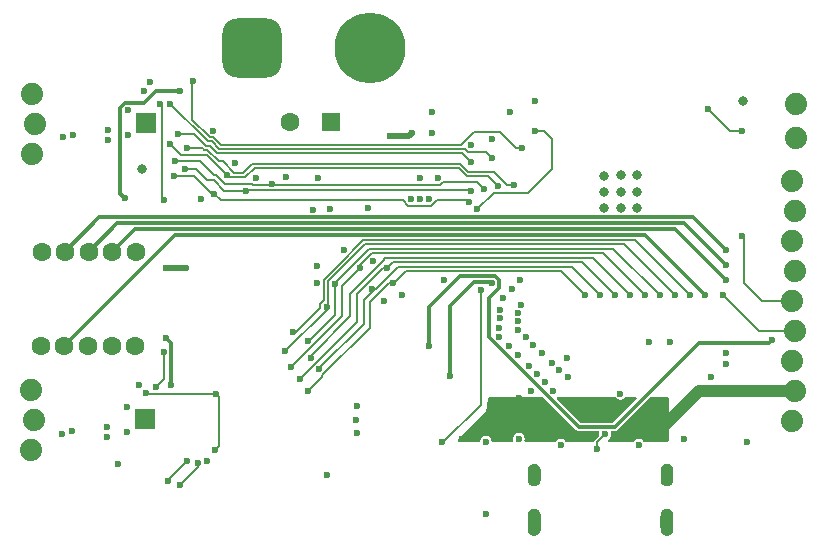
<source format=gbr>
%TF.GenerationSoftware,KiCad,Pcbnew,7.0.2*%
%TF.CreationDate,2023-05-16T16:20:18-04:00*%
%TF.ProjectId,mini_motor_go,6d696e69-5f6d-46f7-946f-725f676f2e6b,rev?*%
%TF.SameCoordinates,Original*%
%TF.FileFunction,Copper,L4,Bot*%
%TF.FilePolarity,Positive*%
%FSLAX46Y46*%
G04 Gerber Fmt 4.6, Leading zero omitted, Abs format (unit mm)*
G04 Created by KiCad (PCBNEW 7.0.2) date 2023-05-16 16:20:18*
%MOMM*%
%LPD*%
G01*
G04 APERTURE LIST*
G04 Aperture macros list*
%AMRoundRect*
0 Rectangle with rounded corners*
0 $1 Rounding radius*
0 $2 $3 $4 $5 $6 $7 $8 $9 X,Y pos of 4 corners*
0 Add a 4 corners polygon primitive as box body*
4,1,4,$2,$3,$4,$5,$6,$7,$8,$9,$2,$3,0*
0 Add four circle primitives for the rounded corners*
1,1,$1+$1,$2,$3*
1,1,$1+$1,$4,$5*
1,1,$1+$1,$6,$7*
1,1,$1+$1,$8,$9*
0 Add four rect primitives between the rounded corners*
20,1,$1+$1,$2,$3,$4,$5,0*
20,1,$1+$1,$4,$5,$6,$7,0*
20,1,$1+$1,$6,$7,$8,$9,0*
20,1,$1+$1,$8,$9,$2,$3,0*%
G04 Aperture macros list end*
%TA.AperFunction,EtchedComponent*%
%ADD10C,0.010000*%
%TD*%
%TA.AperFunction,ComponentPad*%
%ADD11C,0.600000*%
%TD*%
%TA.AperFunction,SMDPad,CuDef*%
%ADD12R,1.700000X1.700000*%
%TD*%
%TA.AperFunction,ComponentPad*%
%ADD13C,1.597660*%
%TD*%
%TA.AperFunction,ComponentPad*%
%ADD14C,1.879600*%
%TD*%
%TA.AperFunction,ComponentPad*%
%ADD15O,0.950000X1.900000*%
%TD*%
%TA.AperFunction,ComponentPad*%
%ADD16O,0.800000X1.600000*%
%TD*%
%TA.AperFunction,ComponentPad*%
%ADD17R,1.600000X1.600000*%
%TD*%
%TA.AperFunction,ComponentPad*%
%ADD18C,1.600000*%
%TD*%
%TA.AperFunction,ComponentPad*%
%ADD19C,6.000000*%
%TD*%
%TA.AperFunction,ComponentPad*%
%ADD20RoundRect,1.250000X1.250000X1.250000X-1.250000X1.250000X-1.250000X-1.250000X1.250000X-1.250000X0*%
%TD*%
%TA.AperFunction,ViaPad*%
%ADD21C,0.600000*%
%TD*%
%TA.AperFunction,ViaPad*%
%ADD22C,0.800000*%
%TD*%
%TA.AperFunction,Conductor*%
%ADD23C,0.152000*%
%TD*%
%TA.AperFunction,Conductor*%
%ADD24C,0.200000*%
%TD*%
%TA.AperFunction,Conductor*%
%ADD25C,0.300000*%
%TD*%
%TA.AperFunction,Conductor*%
%ADD26C,0.500000*%
%TD*%
%TA.AperFunction,Conductor*%
%ADD27C,1.000000*%
%TD*%
G04 APERTURE END LIST*
%TO.C,J11*%
D10*
X158776000Y-90021000D02*
X158802000Y-90023000D01*
X158828000Y-90026000D01*
X158854000Y-90031000D01*
X158879000Y-90037000D01*
X158905000Y-90044000D01*
X158929000Y-90053000D01*
X158953000Y-90063000D01*
X158977000Y-90074000D01*
X159000000Y-90087000D01*
X159022000Y-90101000D01*
X159044000Y-90115000D01*
X159065000Y-90131000D01*
X159085000Y-90148000D01*
X159104000Y-90166000D01*
X159122000Y-90185000D01*
X159139000Y-90205000D01*
X159155000Y-90226000D01*
X159169000Y-90248000D01*
X159183000Y-90270000D01*
X159196000Y-90293000D01*
X159207000Y-90317000D01*
X159217000Y-90341000D01*
X159226000Y-90365000D01*
X159233000Y-90391000D01*
X159239000Y-90416000D01*
X159244000Y-90442000D01*
X159247000Y-90468000D01*
X159249000Y-90494000D01*
X159250000Y-90520000D01*
X159250000Y-91320000D01*
X159249000Y-91346000D01*
X159247000Y-91372000D01*
X159244000Y-91398000D01*
X159239000Y-91424000D01*
X159233000Y-91449000D01*
X159226000Y-91475000D01*
X159217000Y-91499000D01*
X159207000Y-91523000D01*
X159196000Y-91547000D01*
X159183000Y-91570000D01*
X159169000Y-91592000D01*
X159155000Y-91614000D01*
X159139000Y-91635000D01*
X159122000Y-91655000D01*
X159104000Y-91674000D01*
X159085000Y-91692000D01*
X159065000Y-91709000D01*
X159044000Y-91725000D01*
X159022000Y-91739000D01*
X159000000Y-91753000D01*
X158977000Y-91766000D01*
X158953000Y-91777000D01*
X158929000Y-91787000D01*
X158905000Y-91796000D01*
X158879000Y-91803000D01*
X158854000Y-91809000D01*
X158828000Y-91814000D01*
X158802000Y-91817000D01*
X158776000Y-91819000D01*
X158750000Y-91820000D01*
X158724000Y-91819000D01*
X158698000Y-91817000D01*
X158672000Y-91814000D01*
X158646000Y-91809000D01*
X158621000Y-91803000D01*
X158595000Y-91796000D01*
X158571000Y-91787000D01*
X158547000Y-91777000D01*
X158523000Y-91766000D01*
X158500000Y-91753000D01*
X158478000Y-91739000D01*
X158456000Y-91725000D01*
X158435000Y-91709000D01*
X158415000Y-91692000D01*
X158396000Y-91674000D01*
X158378000Y-91655000D01*
X158361000Y-91635000D01*
X158345000Y-91614000D01*
X158331000Y-91592000D01*
X158317000Y-91570000D01*
X158304000Y-91547000D01*
X158293000Y-91523000D01*
X158283000Y-91499000D01*
X158274000Y-91475000D01*
X158267000Y-91449000D01*
X158261000Y-91424000D01*
X158256000Y-91398000D01*
X158253000Y-91372000D01*
X158251000Y-91346000D01*
X158250000Y-91320000D01*
X158250000Y-90520000D01*
X158251000Y-90494000D01*
X158253000Y-90468000D01*
X158256000Y-90442000D01*
X158261000Y-90416000D01*
X158267000Y-90391000D01*
X158274000Y-90365000D01*
X158283000Y-90341000D01*
X158293000Y-90317000D01*
X158304000Y-90293000D01*
X158317000Y-90270000D01*
X158331000Y-90248000D01*
X158345000Y-90226000D01*
X158361000Y-90205000D01*
X158378000Y-90185000D01*
X158396000Y-90166000D01*
X158415000Y-90148000D01*
X158435000Y-90131000D01*
X158456000Y-90115000D01*
X158478000Y-90101000D01*
X158500000Y-90087000D01*
X158523000Y-90074000D01*
X158547000Y-90063000D01*
X158571000Y-90053000D01*
X158595000Y-90044000D01*
X158621000Y-90037000D01*
X158646000Y-90031000D01*
X158672000Y-90026000D01*
X158698000Y-90023000D01*
X158724000Y-90021000D01*
X158750000Y-90020000D01*
X158776000Y-90021000D01*
%TA.AperFunction,EtchedComponent*%
G36*
X158776000Y-90021000D02*
G01*
X158802000Y-90023000D01*
X158828000Y-90026000D01*
X158854000Y-90031000D01*
X158879000Y-90037000D01*
X158905000Y-90044000D01*
X158929000Y-90053000D01*
X158953000Y-90063000D01*
X158977000Y-90074000D01*
X159000000Y-90087000D01*
X159022000Y-90101000D01*
X159044000Y-90115000D01*
X159065000Y-90131000D01*
X159085000Y-90148000D01*
X159104000Y-90166000D01*
X159122000Y-90185000D01*
X159139000Y-90205000D01*
X159155000Y-90226000D01*
X159169000Y-90248000D01*
X159183000Y-90270000D01*
X159196000Y-90293000D01*
X159207000Y-90317000D01*
X159217000Y-90341000D01*
X159226000Y-90365000D01*
X159233000Y-90391000D01*
X159239000Y-90416000D01*
X159244000Y-90442000D01*
X159247000Y-90468000D01*
X159249000Y-90494000D01*
X159250000Y-90520000D01*
X159250000Y-91320000D01*
X159249000Y-91346000D01*
X159247000Y-91372000D01*
X159244000Y-91398000D01*
X159239000Y-91424000D01*
X159233000Y-91449000D01*
X159226000Y-91475000D01*
X159217000Y-91499000D01*
X159207000Y-91523000D01*
X159196000Y-91547000D01*
X159183000Y-91570000D01*
X159169000Y-91592000D01*
X159155000Y-91614000D01*
X159139000Y-91635000D01*
X159122000Y-91655000D01*
X159104000Y-91674000D01*
X159085000Y-91692000D01*
X159065000Y-91709000D01*
X159044000Y-91725000D01*
X159022000Y-91739000D01*
X159000000Y-91753000D01*
X158977000Y-91766000D01*
X158953000Y-91777000D01*
X158929000Y-91787000D01*
X158905000Y-91796000D01*
X158879000Y-91803000D01*
X158854000Y-91809000D01*
X158828000Y-91814000D01*
X158802000Y-91817000D01*
X158776000Y-91819000D01*
X158750000Y-91820000D01*
X158724000Y-91819000D01*
X158698000Y-91817000D01*
X158672000Y-91814000D01*
X158646000Y-91809000D01*
X158621000Y-91803000D01*
X158595000Y-91796000D01*
X158571000Y-91787000D01*
X158547000Y-91777000D01*
X158523000Y-91766000D01*
X158500000Y-91753000D01*
X158478000Y-91739000D01*
X158456000Y-91725000D01*
X158435000Y-91709000D01*
X158415000Y-91692000D01*
X158396000Y-91674000D01*
X158378000Y-91655000D01*
X158361000Y-91635000D01*
X158345000Y-91614000D01*
X158331000Y-91592000D01*
X158317000Y-91570000D01*
X158304000Y-91547000D01*
X158293000Y-91523000D01*
X158283000Y-91499000D01*
X158274000Y-91475000D01*
X158267000Y-91449000D01*
X158261000Y-91424000D01*
X158256000Y-91398000D01*
X158253000Y-91372000D01*
X158251000Y-91346000D01*
X158250000Y-91320000D01*
X158250000Y-90520000D01*
X158251000Y-90494000D01*
X158253000Y-90468000D01*
X158256000Y-90442000D01*
X158261000Y-90416000D01*
X158267000Y-90391000D01*
X158274000Y-90365000D01*
X158283000Y-90341000D01*
X158293000Y-90317000D01*
X158304000Y-90293000D01*
X158317000Y-90270000D01*
X158331000Y-90248000D01*
X158345000Y-90226000D01*
X158361000Y-90205000D01*
X158378000Y-90185000D01*
X158396000Y-90166000D01*
X158415000Y-90148000D01*
X158435000Y-90131000D01*
X158456000Y-90115000D01*
X158478000Y-90101000D01*
X158500000Y-90087000D01*
X158523000Y-90074000D01*
X158547000Y-90063000D01*
X158571000Y-90053000D01*
X158595000Y-90044000D01*
X158621000Y-90037000D01*
X158646000Y-90031000D01*
X158672000Y-90026000D01*
X158698000Y-90023000D01*
X158724000Y-90021000D01*
X158750000Y-90020000D01*
X158776000Y-90021000D01*
G37*
%TD.AperFunction*%
X158776000Y-93821000D02*
X158802000Y-93823000D01*
X158828000Y-93826000D01*
X158854000Y-93831000D01*
X158879000Y-93837000D01*
X158905000Y-93844000D01*
X158929000Y-93853000D01*
X158953000Y-93863000D01*
X158977000Y-93874000D01*
X159000000Y-93887000D01*
X159022000Y-93901000D01*
X159044000Y-93915000D01*
X159065000Y-93931000D01*
X159085000Y-93948000D01*
X159104000Y-93966000D01*
X159122000Y-93985000D01*
X159139000Y-94005000D01*
X159155000Y-94026000D01*
X159169000Y-94048000D01*
X159183000Y-94070000D01*
X159196000Y-94093000D01*
X159207000Y-94117000D01*
X159217000Y-94141000D01*
X159226000Y-94165000D01*
X159233000Y-94191000D01*
X159239000Y-94216000D01*
X159244000Y-94242000D01*
X159247000Y-94268000D01*
X159249000Y-94294000D01*
X159250000Y-94320000D01*
X159250000Y-95520000D01*
X159249000Y-95546000D01*
X159247000Y-95572000D01*
X159244000Y-95598000D01*
X159239000Y-95624000D01*
X159233000Y-95649000D01*
X159226000Y-95675000D01*
X159217000Y-95699000D01*
X159207000Y-95723000D01*
X159196000Y-95747000D01*
X159183000Y-95770000D01*
X159169000Y-95792000D01*
X159155000Y-95814000D01*
X159139000Y-95835000D01*
X159122000Y-95855000D01*
X159104000Y-95874000D01*
X159085000Y-95892000D01*
X159065000Y-95909000D01*
X159044000Y-95925000D01*
X159022000Y-95939000D01*
X159000000Y-95953000D01*
X158977000Y-95966000D01*
X158953000Y-95977000D01*
X158929000Y-95987000D01*
X158905000Y-95996000D01*
X158879000Y-96003000D01*
X158854000Y-96009000D01*
X158828000Y-96014000D01*
X158802000Y-96017000D01*
X158776000Y-96019000D01*
X158750000Y-96020000D01*
X158724000Y-96019000D01*
X158698000Y-96017000D01*
X158672000Y-96014000D01*
X158646000Y-96009000D01*
X158621000Y-96003000D01*
X158595000Y-95996000D01*
X158571000Y-95987000D01*
X158547000Y-95977000D01*
X158523000Y-95966000D01*
X158500000Y-95953000D01*
X158478000Y-95939000D01*
X158456000Y-95925000D01*
X158435000Y-95909000D01*
X158415000Y-95892000D01*
X158396000Y-95874000D01*
X158378000Y-95855000D01*
X158361000Y-95835000D01*
X158345000Y-95814000D01*
X158331000Y-95792000D01*
X158317000Y-95770000D01*
X158304000Y-95747000D01*
X158293000Y-95723000D01*
X158283000Y-95699000D01*
X158274000Y-95675000D01*
X158267000Y-95649000D01*
X158261000Y-95624000D01*
X158256000Y-95598000D01*
X158253000Y-95572000D01*
X158251000Y-95546000D01*
X158250000Y-95520000D01*
X158250000Y-94320000D01*
X158251000Y-94294000D01*
X158253000Y-94268000D01*
X158256000Y-94242000D01*
X158261000Y-94216000D01*
X158267000Y-94191000D01*
X158274000Y-94165000D01*
X158283000Y-94141000D01*
X158293000Y-94117000D01*
X158304000Y-94093000D01*
X158317000Y-94070000D01*
X158331000Y-94048000D01*
X158345000Y-94026000D01*
X158361000Y-94005000D01*
X158378000Y-93985000D01*
X158396000Y-93966000D01*
X158415000Y-93948000D01*
X158435000Y-93931000D01*
X158456000Y-93915000D01*
X158478000Y-93901000D01*
X158500000Y-93887000D01*
X158523000Y-93874000D01*
X158547000Y-93863000D01*
X158571000Y-93853000D01*
X158595000Y-93844000D01*
X158621000Y-93837000D01*
X158646000Y-93831000D01*
X158672000Y-93826000D01*
X158698000Y-93823000D01*
X158724000Y-93821000D01*
X158750000Y-93820000D01*
X158776000Y-93821000D01*
%TA.AperFunction,EtchedComponent*%
G36*
X158776000Y-93821000D02*
G01*
X158802000Y-93823000D01*
X158828000Y-93826000D01*
X158854000Y-93831000D01*
X158879000Y-93837000D01*
X158905000Y-93844000D01*
X158929000Y-93853000D01*
X158953000Y-93863000D01*
X158977000Y-93874000D01*
X159000000Y-93887000D01*
X159022000Y-93901000D01*
X159044000Y-93915000D01*
X159065000Y-93931000D01*
X159085000Y-93948000D01*
X159104000Y-93966000D01*
X159122000Y-93985000D01*
X159139000Y-94005000D01*
X159155000Y-94026000D01*
X159169000Y-94048000D01*
X159183000Y-94070000D01*
X159196000Y-94093000D01*
X159207000Y-94117000D01*
X159217000Y-94141000D01*
X159226000Y-94165000D01*
X159233000Y-94191000D01*
X159239000Y-94216000D01*
X159244000Y-94242000D01*
X159247000Y-94268000D01*
X159249000Y-94294000D01*
X159250000Y-94320000D01*
X159250000Y-95520000D01*
X159249000Y-95546000D01*
X159247000Y-95572000D01*
X159244000Y-95598000D01*
X159239000Y-95624000D01*
X159233000Y-95649000D01*
X159226000Y-95675000D01*
X159217000Y-95699000D01*
X159207000Y-95723000D01*
X159196000Y-95747000D01*
X159183000Y-95770000D01*
X159169000Y-95792000D01*
X159155000Y-95814000D01*
X159139000Y-95835000D01*
X159122000Y-95855000D01*
X159104000Y-95874000D01*
X159085000Y-95892000D01*
X159065000Y-95909000D01*
X159044000Y-95925000D01*
X159022000Y-95939000D01*
X159000000Y-95953000D01*
X158977000Y-95966000D01*
X158953000Y-95977000D01*
X158929000Y-95987000D01*
X158905000Y-95996000D01*
X158879000Y-96003000D01*
X158854000Y-96009000D01*
X158828000Y-96014000D01*
X158802000Y-96017000D01*
X158776000Y-96019000D01*
X158750000Y-96020000D01*
X158724000Y-96019000D01*
X158698000Y-96017000D01*
X158672000Y-96014000D01*
X158646000Y-96009000D01*
X158621000Y-96003000D01*
X158595000Y-95996000D01*
X158571000Y-95987000D01*
X158547000Y-95977000D01*
X158523000Y-95966000D01*
X158500000Y-95953000D01*
X158478000Y-95939000D01*
X158456000Y-95925000D01*
X158435000Y-95909000D01*
X158415000Y-95892000D01*
X158396000Y-95874000D01*
X158378000Y-95855000D01*
X158361000Y-95835000D01*
X158345000Y-95814000D01*
X158331000Y-95792000D01*
X158317000Y-95770000D01*
X158304000Y-95747000D01*
X158293000Y-95723000D01*
X158283000Y-95699000D01*
X158274000Y-95675000D01*
X158267000Y-95649000D01*
X158261000Y-95624000D01*
X158256000Y-95598000D01*
X158253000Y-95572000D01*
X158251000Y-95546000D01*
X158250000Y-95520000D01*
X158250000Y-94320000D01*
X158251000Y-94294000D01*
X158253000Y-94268000D01*
X158256000Y-94242000D01*
X158261000Y-94216000D01*
X158267000Y-94191000D01*
X158274000Y-94165000D01*
X158283000Y-94141000D01*
X158293000Y-94117000D01*
X158304000Y-94093000D01*
X158317000Y-94070000D01*
X158331000Y-94048000D01*
X158345000Y-94026000D01*
X158361000Y-94005000D01*
X158378000Y-93985000D01*
X158396000Y-93966000D01*
X158415000Y-93948000D01*
X158435000Y-93931000D01*
X158456000Y-93915000D01*
X158478000Y-93901000D01*
X158500000Y-93887000D01*
X158523000Y-93874000D01*
X158547000Y-93863000D01*
X158571000Y-93853000D01*
X158595000Y-93844000D01*
X158621000Y-93837000D01*
X158646000Y-93831000D01*
X158672000Y-93826000D01*
X158698000Y-93823000D01*
X158724000Y-93821000D01*
X158750000Y-93820000D01*
X158776000Y-93821000D01*
G37*
%TD.AperFunction*%
X170016000Y-90021000D02*
X170042000Y-90023000D01*
X170068000Y-90026000D01*
X170094000Y-90031000D01*
X170119000Y-90037000D01*
X170145000Y-90044000D01*
X170169000Y-90053000D01*
X170193000Y-90063000D01*
X170217000Y-90074000D01*
X170240000Y-90087000D01*
X170262000Y-90101000D01*
X170284000Y-90115000D01*
X170305000Y-90131000D01*
X170325000Y-90148000D01*
X170344000Y-90166000D01*
X170362000Y-90185000D01*
X170379000Y-90205000D01*
X170395000Y-90226000D01*
X170409000Y-90248000D01*
X170423000Y-90270000D01*
X170436000Y-90293000D01*
X170447000Y-90317000D01*
X170457000Y-90341000D01*
X170466000Y-90365000D01*
X170473000Y-90391000D01*
X170479000Y-90416000D01*
X170484000Y-90442000D01*
X170487000Y-90468000D01*
X170489000Y-90494000D01*
X170490000Y-90520000D01*
X170490000Y-91320000D01*
X170489000Y-91346000D01*
X170487000Y-91372000D01*
X170484000Y-91398000D01*
X170479000Y-91424000D01*
X170473000Y-91449000D01*
X170466000Y-91475000D01*
X170457000Y-91499000D01*
X170447000Y-91523000D01*
X170436000Y-91547000D01*
X170423000Y-91570000D01*
X170409000Y-91592000D01*
X170395000Y-91614000D01*
X170379000Y-91635000D01*
X170362000Y-91655000D01*
X170344000Y-91674000D01*
X170325000Y-91692000D01*
X170305000Y-91709000D01*
X170284000Y-91725000D01*
X170262000Y-91739000D01*
X170240000Y-91753000D01*
X170217000Y-91766000D01*
X170193000Y-91777000D01*
X170169000Y-91787000D01*
X170145000Y-91796000D01*
X170119000Y-91803000D01*
X170094000Y-91809000D01*
X170068000Y-91814000D01*
X170042000Y-91817000D01*
X170016000Y-91819000D01*
X169990000Y-91820000D01*
X169964000Y-91819000D01*
X169938000Y-91817000D01*
X169912000Y-91814000D01*
X169886000Y-91809000D01*
X169861000Y-91803000D01*
X169835000Y-91796000D01*
X169811000Y-91787000D01*
X169787000Y-91777000D01*
X169763000Y-91766000D01*
X169740000Y-91753000D01*
X169718000Y-91739000D01*
X169696000Y-91725000D01*
X169675000Y-91709000D01*
X169655000Y-91692000D01*
X169636000Y-91674000D01*
X169618000Y-91655000D01*
X169601000Y-91635000D01*
X169585000Y-91614000D01*
X169571000Y-91592000D01*
X169557000Y-91570000D01*
X169544000Y-91547000D01*
X169533000Y-91523000D01*
X169523000Y-91499000D01*
X169514000Y-91475000D01*
X169507000Y-91449000D01*
X169501000Y-91424000D01*
X169496000Y-91398000D01*
X169493000Y-91372000D01*
X169491000Y-91346000D01*
X169490000Y-91320000D01*
X169490000Y-90520000D01*
X169491000Y-90494000D01*
X169493000Y-90468000D01*
X169496000Y-90442000D01*
X169501000Y-90416000D01*
X169507000Y-90391000D01*
X169514000Y-90365000D01*
X169523000Y-90341000D01*
X169533000Y-90317000D01*
X169544000Y-90293000D01*
X169557000Y-90270000D01*
X169571000Y-90248000D01*
X169585000Y-90226000D01*
X169601000Y-90205000D01*
X169618000Y-90185000D01*
X169636000Y-90166000D01*
X169655000Y-90148000D01*
X169675000Y-90131000D01*
X169696000Y-90115000D01*
X169718000Y-90101000D01*
X169740000Y-90087000D01*
X169763000Y-90074000D01*
X169787000Y-90063000D01*
X169811000Y-90053000D01*
X169835000Y-90044000D01*
X169861000Y-90037000D01*
X169886000Y-90031000D01*
X169912000Y-90026000D01*
X169938000Y-90023000D01*
X169964000Y-90021000D01*
X169990000Y-90020000D01*
X170016000Y-90021000D01*
%TA.AperFunction,EtchedComponent*%
G36*
X170016000Y-90021000D02*
G01*
X170042000Y-90023000D01*
X170068000Y-90026000D01*
X170094000Y-90031000D01*
X170119000Y-90037000D01*
X170145000Y-90044000D01*
X170169000Y-90053000D01*
X170193000Y-90063000D01*
X170217000Y-90074000D01*
X170240000Y-90087000D01*
X170262000Y-90101000D01*
X170284000Y-90115000D01*
X170305000Y-90131000D01*
X170325000Y-90148000D01*
X170344000Y-90166000D01*
X170362000Y-90185000D01*
X170379000Y-90205000D01*
X170395000Y-90226000D01*
X170409000Y-90248000D01*
X170423000Y-90270000D01*
X170436000Y-90293000D01*
X170447000Y-90317000D01*
X170457000Y-90341000D01*
X170466000Y-90365000D01*
X170473000Y-90391000D01*
X170479000Y-90416000D01*
X170484000Y-90442000D01*
X170487000Y-90468000D01*
X170489000Y-90494000D01*
X170490000Y-90520000D01*
X170490000Y-91320000D01*
X170489000Y-91346000D01*
X170487000Y-91372000D01*
X170484000Y-91398000D01*
X170479000Y-91424000D01*
X170473000Y-91449000D01*
X170466000Y-91475000D01*
X170457000Y-91499000D01*
X170447000Y-91523000D01*
X170436000Y-91547000D01*
X170423000Y-91570000D01*
X170409000Y-91592000D01*
X170395000Y-91614000D01*
X170379000Y-91635000D01*
X170362000Y-91655000D01*
X170344000Y-91674000D01*
X170325000Y-91692000D01*
X170305000Y-91709000D01*
X170284000Y-91725000D01*
X170262000Y-91739000D01*
X170240000Y-91753000D01*
X170217000Y-91766000D01*
X170193000Y-91777000D01*
X170169000Y-91787000D01*
X170145000Y-91796000D01*
X170119000Y-91803000D01*
X170094000Y-91809000D01*
X170068000Y-91814000D01*
X170042000Y-91817000D01*
X170016000Y-91819000D01*
X169990000Y-91820000D01*
X169964000Y-91819000D01*
X169938000Y-91817000D01*
X169912000Y-91814000D01*
X169886000Y-91809000D01*
X169861000Y-91803000D01*
X169835000Y-91796000D01*
X169811000Y-91787000D01*
X169787000Y-91777000D01*
X169763000Y-91766000D01*
X169740000Y-91753000D01*
X169718000Y-91739000D01*
X169696000Y-91725000D01*
X169675000Y-91709000D01*
X169655000Y-91692000D01*
X169636000Y-91674000D01*
X169618000Y-91655000D01*
X169601000Y-91635000D01*
X169585000Y-91614000D01*
X169571000Y-91592000D01*
X169557000Y-91570000D01*
X169544000Y-91547000D01*
X169533000Y-91523000D01*
X169523000Y-91499000D01*
X169514000Y-91475000D01*
X169507000Y-91449000D01*
X169501000Y-91424000D01*
X169496000Y-91398000D01*
X169493000Y-91372000D01*
X169491000Y-91346000D01*
X169490000Y-91320000D01*
X169490000Y-90520000D01*
X169491000Y-90494000D01*
X169493000Y-90468000D01*
X169496000Y-90442000D01*
X169501000Y-90416000D01*
X169507000Y-90391000D01*
X169514000Y-90365000D01*
X169523000Y-90341000D01*
X169533000Y-90317000D01*
X169544000Y-90293000D01*
X169557000Y-90270000D01*
X169571000Y-90248000D01*
X169585000Y-90226000D01*
X169601000Y-90205000D01*
X169618000Y-90185000D01*
X169636000Y-90166000D01*
X169655000Y-90148000D01*
X169675000Y-90131000D01*
X169696000Y-90115000D01*
X169718000Y-90101000D01*
X169740000Y-90087000D01*
X169763000Y-90074000D01*
X169787000Y-90063000D01*
X169811000Y-90053000D01*
X169835000Y-90044000D01*
X169861000Y-90037000D01*
X169886000Y-90031000D01*
X169912000Y-90026000D01*
X169938000Y-90023000D01*
X169964000Y-90021000D01*
X169990000Y-90020000D01*
X170016000Y-90021000D01*
G37*
%TD.AperFunction*%
X170016000Y-93821000D02*
X170042000Y-93823000D01*
X170068000Y-93826000D01*
X170094000Y-93831000D01*
X170119000Y-93837000D01*
X170145000Y-93844000D01*
X170169000Y-93853000D01*
X170193000Y-93863000D01*
X170217000Y-93874000D01*
X170240000Y-93887000D01*
X170262000Y-93901000D01*
X170284000Y-93915000D01*
X170305000Y-93931000D01*
X170325000Y-93948000D01*
X170344000Y-93966000D01*
X170362000Y-93985000D01*
X170379000Y-94005000D01*
X170395000Y-94026000D01*
X170409000Y-94048000D01*
X170423000Y-94070000D01*
X170436000Y-94093000D01*
X170447000Y-94117000D01*
X170457000Y-94141000D01*
X170466000Y-94165000D01*
X170473000Y-94191000D01*
X170479000Y-94216000D01*
X170484000Y-94242000D01*
X170487000Y-94268000D01*
X170489000Y-94294000D01*
X170490000Y-94320000D01*
X170490000Y-95520000D01*
X170489000Y-95546000D01*
X170487000Y-95572000D01*
X170484000Y-95598000D01*
X170479000Y-95624000D01*
X170473000Y-95649000D01*
X170466000Y-95675000D01*
X170457000Y-95699000D01*
X170447000Y-95723000D01*
X170436000Y-95747000D01*
X170423000Y-95770000D01*
X170409000Y-95792000D01*
X170395000Y-95814000D01*
X170379000Y-95835000D01*
X170362000Y-95855000D01*
X170344000Y-95874000D01*
X170325000Y-95892000D01*
X170305000Y-95909000D01*
X170284000Y-95925000D01*
X170262000Y-95939000D01*
X170240000Y-95953000D01*
X170217000Y-95966000D01*
X170193000Y-95977000D01*
X170169000Y-95987000D01*
X170145000Y-95996000D01*
X170119000Y-96003000D01*
X170094000Y-96009000D01*
X170068000Y-96014000D01*
X170042000Y-96017000D01*
X170016000Y-96019000D01*
X169990000Y-96020000D01*
X169964000Y-96019000D01*
X169938000Y-96017000D01*
X169912000Y-96014000D01*
X169886000Y-96009000D01*
X169861000Y-96003000D01*
X169835000Y-95996000D01*
X169811000Y-95987000D01*
X169787000Y-95977000D01*
X169763000Y-95966000D01*
X169740000Y-95953000D01*
X169718000Y-95939000D01*
X169696000Y-95925000D01*
X169675000Y-95909000D01*
X169655000Y-95892000D01*
X169636000Y-95874000D01*
X169618000Y-95855000D01*
X169601000Y-95835000D01*
X169585000Y-95814000D01*
X169571000Y-95792000D01*
X169557000Y-95770000D01*
X169544000Y-95747000D01*
X169533000Y-95723000D01*
X169523000Y-95699000D01*
X169514000Y-95675000D01*
X169507000Y-95649000D01*
X169501000Y-95624000D01*
X169496000Y-95598000D01*
X169493000Y-95572000D01*
X169491000Y-95546000D01*
X169490000Y-95520000D01*
X169490000Y-94320000D01*
X169491000Y-94294000D01*
X169493000Y-94268000D01*
X169496000Y-94242000D01*
X169501000Y-94216000D01*
X169507000Y-94191000D01*
X169514000Y-94165000D01*
X169523000Y-94141000D01*
X169533000Y-94117000D01*
X169544000Y-94093000D01*
X169557000Y-94070000D01*
X169571000Y-94048000D01*
X169585000Y-94026000D01*
X169601000Y-94005000D01*
X169618000Y-93985000D01*
X169636000Y-93966000D01*
X169655000Y-93948000D01*
X169675000Y-93931000D01*
X169696000Y-93915000D01*
X169718000Y-93901000D01*
X169740000Y-93887000D01*
X169763000Y-93874000D01*
X169787000Y-93863000D01*
X169811000Y-93853000D01*
X169835000Y-93844000D01*
X169861000Y-93837000D01*
X169886000Y-93831000D01*
X169912000Y-93826000D01*
X169938000Y-93823000D01*
X169964000Y-93821000D01*
X169990000Y-93820000D01*
X170016000Y-93821000D01*
%TA.AperFunction,EtchedComponent*%
G36*
X170016000Y-93821000D02*
G01*
X170042000Y-93823000D01*
X170068000Y-93826000D01*
X170094000Y-93831000D01*
X170119000Y-93837000D01*
X170145000Y-93844000D01*
X170169000Y-93853000D01*
X170193000Y-93863000D01*
X170217000Y-93874000D01*
X170240000Y-93887000D01*
X170262000Y-93901000D01*
X170284000Y-93915000D01*
X170305000Y-93931000D01*
X170325000Y-93948000D01*
X170344000Y-93966000D01*
X170362000Y-93985000D01*
X170379000Y-94005000D01*
X170395000Y-94026000D01*
X170409000Y-94048000D01*
X170423000Y-94070000D01*
X170436000Y-94093000D01*
X170447000Y-94117000D01*
X170457000Y-94141000D01*
X170466000Y-94165000D01*
X170473000Y-94191000D01*
X170479000Y-94216000D01*
X170484000Y-94242000D01*
X170487000Y-94268000D01*
X170489000Y-94294000D01*
X170490000Y-94320000D01*
X170490000Y-95520000D01*
X170489000Y-95546000D01*
X170487000Y-95572000D01*
X170484000Y-95598000D01*
X170479000Y-95624000D01*
X170473000Y-95649000D01*
X170466000Y-95675000D01*
X170457000Y-95699000D01*
X170447000Y-95723000D01*
X170436000Y-95747000D01*
X170423000Y-95770000D01*
X170409000Y-95792000D01*
X170395000Y-95814000D01*
X170379000Y-95835000D01*
X170362000Y-95855000D01*
X170344000Y-95874000D01*
X170325000Y-95892000D01*
X170305000Y-95909000D01*
X170284000Y-95925000D01*
X170262000Y-95939000D01*
X170240000Y-95953000D01*
X170217000Y-95966000D01*
X170193000Y-95977000D01*
X170169000Y-95987000D01*
X170145000Y-95996000D01*
X170119000Y-96003000D01*
X170094000Y-96009000D01*
X170068000Y-96014000D01*
X170042000Y-96017000D01*
X170016000Y-96019000D01*
X169990000Y-96020000D01*
X169964000Y-96019000D01*
X169938000Y-96017000D01*
X169912000Y-96014000D01*
X169886000Y-96009000D01*
X169861000Y-96003000D01*
X169835000Y-95996000D01*
X169811000Y-95987000D01*
X169787000Y-95977000D01*
X169763000Y-95966000D01*
X169740000Y-95953000D01*
X169718000Y-95939000D01*
X169696000Y-95925000D01*
X169675000Y-95909000D01*
X169655000Y-95892000D01*
X169636000Y-95874000D01*
X169618000Y-95855000D01*
X169601000Y-95835000D01*
X169585000Y-95814000D01*
X169571000Y-95792000D01*
X169557000Y-95770000D01*
X169544000Y-95747000D01*
X169533000Y-95723000D01*
X169523000Y-95699000D01*
X169514000Y-95675000D01*
X169507000Y-95649000D01*
X169501000Y-95624000D01*
X169496000Y-95598000D01*
X169493000Y-95572000D01*
X169491000Y-95546000D01*
X169490000Y-95520000D01*
X169490000Y-94320000D01*
X169491000Y-94294000D01*
X169493000Y-94268000D01*
X169496000Y-94242000D01*
X169501000Y-94216000D01*
X169507000Y-94191000D01*
X169514000Y-94165000D01*
X169523000Y-94141000D01*
X169533000Y-94117000D01*
X169544000Y-94093000D01*
X169557000Y-94070000D01*
X169571000Y-94048000D01*
X169585000Y-94026000D01*
X169601000Y-94005000D01*
X169618000Y-93985000D01*
X169636000Y-93966000D01*
X169655000Y-93948000D01*
X169675000Y-93931000D01*
X169696000Y-93915000D01*
X169718000Y-93901000D01*
X169740000Y-93887000D01*
X169763000Y-93874000D01*
X169787000Y-93863000D01*
X169811000Y-93853000D01*
X169835000Y-93844000D01*
X169861000Y-93837000D01*
X169886000Y-93831000D01*
X169912000Y-93826000D01*
X169938000Y-93823000D01*
X169964000Y-93821000D01*
X169990000Y-93820000D01*
X170016000Y-93821000D01*
G37*
%TD.AperFunction*%
%TD*%
D11*
%TO.P,U5,21,PAD*%
%TO.N,GND*%
X125389938Y-86644093D03*
X126289938Y-86644093D03*
D12*
X125839938Y-86244093D03*
D11*
X125389938Y-85844093D03*
X126289938Y-85844093D03*
%TD*%
%TO.P,U2,21,PAD*%
%TO.N,GND*%
X125481600Y-61536400D03*
X126381600Y-61536400D03*
D12*
X125931600Y-61136400D03*
D11*
X125481600Y-60736400D03*
X126381600Y-60736400D03*
%TD*%
D13*
%TO.P,J4,1,1*%
%TO.N,GND*%
X117019000Y-80010000D03*
%TO.P,J4,2,2*%
%TO.N,m2_enc_cs*%
X119017980Y-80010000D03*
%TO.P,J4,3,3*%
%TO.N,enc_scl*%
X121016960Y-80010000D03*
%TO.P,J4,4,4*%
%TO.N,enc_sda*%
X123015940Y-80010000D03*
%TO.P,J4,5,5*%
%TO.N,+3.3V*%
X125014920Y-80010000D03*
%TD*%
D14*
%TO.P,J2,1,1*%
%TO.N,Net-(U3-in+1)*%
X116174213Y-88862054D03*
%TO.P,J2,2,2*%
%TO.N,Net-(U5-V)*%
X116428213Y-86322054D03*
%TO.P,J2,3,3*%
%TO.N,Net-(U3-in+2)*%
X116174213Y-83782054D03*
%TD*%
D15*
%TO.P,J11,S1,SHELL_GND*%
%TO.N,unconnected-(J11-SHELL_GND-PadS1)*%
X158750000Y-94920000D03*
D16*
%TO.P,J11,S2,SHELL_GND*%
%TO.N,unconnected-(J11-SHELL_GND-PadS2)*%
X169990000Y-90920000D03*
%TO.P,J11,S3,SHELL_GND*%
%TO.N,unconnected-(J11-SHELL_GND-PadS3)*%
X158750000Y-90920000D03*
D15*
%TO.P,J11,S4,SHELL_GND*%
%TO.N,unconnected-(J11-SHELL_GND-PadS4)*%
X169990000Y-94920000D03*
%TD*%
D14*
%TO.P,J10,1,Pin_1*%
%TO.N,Net-(J10-Pin_1)*%
X180975000Y-62407800D03*
%TO.P,J10,2,Pin_2*%
%TO.N,Net-(J10-Pin_2)*%
X180975000Y-59512200D03*
%TD*%
D17*
%TO.P,C10,1,+*%
%TO.N,+BATT*%
X141585605Y-61085748D03*
D18*
%TO.P,C10,2,-*%
%TO.N,GND*%
X138085605Y-61085748D03*
%TD*%
D13*
%TO.P,J3,1,1*%
%TO.N,GND*%
X117085040Y-72050910D03*
%TO.P,J3,2,2*%
%TO.N,m1_enc_cs*%
X119084020Y-72050910D03*
%TO.P,J3,3,3*%
%TO.N,enc_scl*%
X121083000Y-72050910D03*
%TO.P,J3,4,4*%
%TO.N,enc_sda*%
X123081980Y-72050910D03*
%TO.P,J3,5,5*%
%TO.N,+3.3V*%
X125080960Y-72050910D03*
%TD*%
D14*
%TO.P,J1,1,1*%
%TO.N,Net-(U4-in+1)*%
X116257000Y-63754000D03*
%TO.P,J1,2,2*%
%TO.N,Net-(U2-V)*%
X116511000Y-61214000D03*
%TO.P,J1,3,3*%
%TO.N,Net-(U4-in+2)*%
X116257000Y-58674000D03*
%TD*%
%TO.P,J9,1,Pin_1*%
%TO.N,+3.3V*%
X180594000Y-86360000D03*
%TO.P,J9,2,Pin_2*%
%TO.N,+5V*%
X180848000Y-83820000D03*
%TO.P,J9,3,Pin_3*%
%TO.N,GND*%
X180594000Y-81280000D03*
%TO.P,J9,4,Pin_4*%
%TO.N,gpio8*%
X180848000Y-78740000D03*
%TO.P,J9,5,Pin_5*%
%TO.N,gpio38*%
X180594000Y-76200000D03*
%TO.P,J9,6,Pin_6*%
%TO.N,Net-(J9-Pin_6)*%
X180848000Y-73660000D03*
%TO.P,J9,7,Pin_7*%
%TO.N,Net-(J9-Pin_7)*%
X180594000Y-71120000D03*
%TO.P,J9,8,Pin_8*%
%TO.N,Net-(J9-Pin_8)*%
X180848000Y-68580000D03*
%TO.P,J9,9,Pin_9*%
%TO.N,Net-(J9-Pin_9)*%
X180594000Y-66040000D03*
%TD*%
D19*
%TO.P,J8,1,+*%
%TO.N,+BATT*%
X144924420Y-54825621D03*
D20*
%TO.P,J8,2,-*%
%TO.N,GND*%
X134924420Y-54825621D03*
%TD*%
D21*
%TO.N,+BATT*%
X122642802Y-87693201D03*
D22*
X125547547Y-65033667D03*
D21*
X123535134Y-90050134D03*
X122732800Y-62585600D03*
X122732800Y-61772800D03*
X122642802Y-86880401D03*
%TO.N,GND*%
X161544000Y-81026000D03*
X158320266Y-81709734D03*
X166098137Y-84059829D03*
X155194000Y-62484000D03*
D22*
X164740000Y-66980000D03*
D21*
X118782002Y-87439201D03*
X154686000Y-94234000D03*
D22*
X164740000Y-68380000D03*
D21*
X161620200Y-82677000D03*
X157462742Y-78681058D03*
X124401600Y-62188400D03*
X157418566Y-80808034D03*
X159044166Y-82433634D03*
D22*
X166140000Y-65580000D03*
D21*
X155888500Y-76987400D03*
X159435800Y-80645000D03*
X143737658Y-86282843D03*
X171450000Y-87884000D03*
X159704566Y-83094034D03*
D22*
X166140000Y-68380000D03*
D21*
X176784000Y-88138000D03*
X150622000Y-65786000D03*
X157480000Y-87884000D03*
X130556000Y-67564000D03*
X131579500Y-61783686D03*
X156895260Y-75208860D03*
X124351602Y-85176001D03*
D22*
X164735137Y-65597355D03*
D21*
X140385800Y-73253600D03*
X140091776Y-68498009D03*
X133477000Y-64500100D03*
X156669266Y-80058734D03*
X157391500Y-77952600D03*
D22*
X166140000Y-66980000D03*
D21*
X147574000Y-75692000D03*
X143764000Y-85090000D03*
X143764000Y-87376000D03*
X160419981Y-83809449D03*
D22*
X167540000Y-66980000D03*
D21*
X155855266Y-79244734D03*
X137773210Y-65697500D03*
D22*
X167540000Y-68380000D03*
X176433522Y-59281986D03*
D21*
X170264500Y-79712000D03*
X141249400Y-90932000D03*
X119727546Y-62136006D03*
X155888500Y-77698600D03*
X153416000Y-62992000D03*
X157556200Y-74447400D03*
X158496000Y-83820000D03*
X124311602Y-87296001D03*
X124441600Y-60068400D03*
X125301405Y-83368760D03*
X160934400Y-82042000D03*
X118872000Y-62331600D03*
X157391500Y-77216000D03*
X142675020Y-71882000D03*
X161036000Y-88392000D03*
X144703800Y-68376800D03*
X157671040Y-76568840D03*
X145188308Y-72827500D03*
X140394500Y-74690257D03*
D22*
X167540000Y-65580000D03*
D21*
X126238000Y-57658000D03*
X158085042Y-79303358D03*
X167640000Y-88392000D03*
X158890000Y-59260000D03*
X156176735Y-75927384D03*
X131114800Y-89763600D03*
X119637548Y-87243607D03*
X155800000Y-78500000D03*
X125730000Y-58420000D03*
X158707342Y-79925658D03*
X146050000Y-76200000D03*
X160324800Y-81457800D03*
X135233210Y-65793500D03*
X154686000Y-88138000D03*
%TO.N,+3.3V*%
X175034864Y-80587353D03*
X175006000Y-81534000D03*
X156718000Y-60198000D03*
X127660587Y-79349413D03*
X151130000Y-74422000D03*
X173793010Y-82665372D03*
X127612469Y-73406000D03*
X128778000Y-58420000D03*
X128071231Y-83366191D03*
X168539500Y-79712000D03*
X129286000Y-73406000D03*
X124129800Y-67538600D03*
%TO.N,Net-(U3-in-1)*%
X127762000Y-91423500D03*
X129427830Y-89727500D03*
%TO.N,Net-(U3-in+1)*%
X130327526Y-89902900D03*
X128797390Y-91760974D03*
%TO.N,Net-(U3-ref_1)*%
X131775200Y-88823800D03*
X131828458Y-84076458D03*
X125943348Y-83998850D03*
%TO.N,/motor_controls/standby*%
X127421731Y-80513000D03*
X127457200Y-67640200D03*
X127104261Y-59503500D03*
X126746000Y-83535101D03*
%TO.N,+5V*%
X149860000Y-67564000D03*
X160528000Y-87630000D03*
X149098000Y-65786000D03*
X169926000Y-86614000D03*
X157480000Y-84455000D03*
X140462000Y-65786000D03*
X156210000Y-87884000D03*
X164338000Y-84582000D03*
X169164000Y-84836000D03*
X149098000Y-67571500D03*
X152654000Y-87884000D03*
X148336000Y-67564000D03*
X141485388Y-68458015D03*
X168402000Y-87630000D03*
X155194000Y-84582000D03*
X150114000Y-61976000D03*
X150114000Y-60198000D03*
%TO.N,Net-(C11-Pad2)*%
X146558000Y-62230000D03*
X148451500Y-61998000D03*
%TO.N,m1_enc_cs*%
X175006000Y-71882000D03*
%TO.N,m2_enc_cs*%
X173228000Y-75692000D03*
%TO.N,m2_uh*%
X146812000Y-74676000D03*
X163068000Y-75692000D03*
X139649200Y-83845400D03*
%TO.N,m2_ul*%
X144018000Y-73406000D03*
X138203093Y-81815093D03*
X168148000Y-75692000D03*
%TO.N,m2_vh*%
X145034000Y-75184000D03*
X140616093Y-81942093D03*
X164338000Y-75692000D03*
%TO.N,m2_vl*%
X137693400Y-80492600D03*
X141224000Y-76708000D03*
X170688000Y-75692000D03*
%TO.N,m2_wh*%
X146325825Y-73437908D03*
X165608000Y-75692000D03*
X138938000Y-82804000D03*
%TO.N,m2_wl*%
X141925161Y-74780509D03*
X139624953Y-79579353D03*
X169418000Y-75692000D03*
%TO.N,m1_uh*%
X128295400Y-65618700D03*
X131719294Y-67152494D03*
X153263600Y-67818000D03*
%TO.N,m1_ul*%
X155702000Y-66446400D03*
X132789823Y-65584177D03*
X127939800Y-62941200D03*
%TO.N,m1_vh*%
X134388218Y-66869500D03*
X129235200Y-65043200D03*
X153441400Y-66862500D03*
%TO.N,m1_vl*%
X155194000Y-64075500D03*
X127939800Y-59503500D03*
%TO.N,m1_wh*%
X136628218Y-66271782D03*
X128422400Y-64397700D03*
X154542492Y-66702873D03*
%TO.N,m1_wl*%
X153416000Y-64441000D03*
X128676400Y-62052200D03*
%TO.N,Net-(J11-DP1)*%
X164800000Y-87517500D03*
X164126101Y-88722573D03*
%TO.N,Net-(U1-EN)*%
X151024197Y-88152726D03*
X158890000Y-61800000D03*
X153984620Y-68438500D03*
X154305000Y-75285600D03*
%TO.N,m2_current_sense_u*%
X138404600Y-78816200D03*
X171958000Y-75692000D03*
%TO.N,m2_current_sense_w*%
X139864559Y-81063559D03*
X166878000Y-75692000D03*
%TO.N,m1_current_sense_w*%
X129908326Y-57568045D03*
X157734000Y-63246000D03*
%TO.N,m1_current_sense_u*%
X129421099Y-63280167D03*
X157124400Y-66370200D03*
%TO.N,enc_scl*%
X175006000Y-73152000D03*
%TO.N,enc_sda*%
X175006000Y-74422000D03*
%TO.N,sda*%
X176390000Y-61800000D03*
X173482000Y-59930500D03*
%TO.N,gpio8*%
X174752000Y-75692000D03*
X151638000Y-82550000D03*
X155194000Y-74735500D03*
%TO.N,gpio38*%
X178907500Y-79502000D03*
X176390000Y-70690000D03*
X149860000Y-80010000D03*
%TD*%
D23*
%TO.N,Net-(J11-DP1)*%
X164126101Y-88191399D02*
X164126101Y-88722573D01*
X164800000Y-87517500D02*
X164126101Y-88191399D01*
D24*
%TO.N,sda*%
X175351500Y-61800000D02*
X176390000Y-61800000D01*
X173482000Y-59930500D02*
X175351500Y-61800000D01*
D23*
%TO.N,m1_ul*%
X152399175Y-64952000D02*
X135123800Y-64952000D01*
X153080775Y-65633600D02*
X152399175Y-64952000D01*
X134315200Y-65760600D02*
X132966246Y-65760600D01*
X154889200Y-65633600D02*
X153080775Y-65633600D01*
X155702000Y-66446400D02*
X154889200Y-65633600D01*
X135123800Y-64952000D02*
X134315200Y-65760600D01*
X132966246Y-65760600D02*
X132789823Y-65584177D01*
%TO.N,m1_current_sense_u*%
X130720861Y-63280167D02*
X129421099Y-63280167D01*
X130856380Y-63415686D02*
X130720861Y-63280167D01*
X131132086Y-63415686D02*
X130856380Y-63415686D01*
X132105400Y-64389000D02*
X131132086Y-63415686D01*
X132410200Y-64389000D02*
X132105400Y-64389000D01*
X134145600Y-65346000D02*
X133367200Y-65346000D01*
X133367200Y-65346000D02*
X132410200Y-64389000D01*
X134891600Y-64600000D02*
X134145600Y-65346000D01*
X152544979Y-64600000D02*
X134891600Y-64600000D01*
X155408100Y-65263500D02*
X153208479Y-65263500D01*
X153208479Y-65263500D02*
X152544979Y-64600000D01*
X156514800Y-66370200D02*
X155408100Y-65263500D01*
X157124400Y-66370200D02*
X156514800Y-66370200D01*
D25*
%TO.N,m1_enc_cs*%
X121986921Y-69148009D02*
X172272009Y-69148009D01*
X172272009Y-69148009D02*
X175006000Y-71882000D01*
X119084020Y-72050910D02*
X121986921Y-69148009D01*
%TO.N,enc_scl*%
X171502009Y-69648009D02*
X175006000Y-73152000D01*
X123485901Y-69648009D02*
X171502009Y-69648009D01*
X121083000Y-72050910D02*
X123485901Y-69648009D01*
%TO.N,enc_sda*%
X170732009Y-70148009D02*
X175006000Y-74422000D01*
X124984881Y-70148009D02*
X170732009Y-70148009D01*
X123081980Y-72050910D02*
X124984881Y-70148009D01*
%TO.N,m2_enc_cs*%
X128379971Y-70648009D02*
X168184009Y-70648009D01*
X168184009Y-70648009D02*
X173228000Y-75692000D01*
X119017980Y-80010000D02*
X128379971Y-70648009D01*
D23*
%TO.N,m2_uh*%
X161036000Y-73660000D02*
X163068000Y-75692000D01*
X147940000Y-73660000D02*
X161036000Y-73660000D01*
X146924000Y-74676000D02*
X147940000Y-73660000D01*
X146812000Y-74676000D02*
X146924000Y-74676000D01*
X146524000Y-74676000D02*
X146812000Y-74676000D01*
X144900000Y-78472774D02*
X144900000Y-76300000D01*
X144900000Y-76300000D02*
X146524000Y-74676000D01*
X140854681Y-82518093D02*
X144900000Y-78472774D01*
X140854681Y-82639919D02*
X140854681Y-82518093D01*
X139649200Y-83845400D02*
X140854681Y-82639919D01*
%TO.N,m2_vh*%
X147292000Y-73308000D02*
X161954000Y-73308000D01*
X145416000Y-75184000D02*
X147292000Y-73308000D01*
X145034000Y-75184000D02*
X145416000Y-75184000D01*
X161954000Y-73308000D02*
X164338000Y-75692000D01*
%TO.N,m2_wh*%
X162872000Y-72956000D02*
X165608000Y-75692000D01*
X146807733Y-72956000D02*
X162872000Y-72956000D01*
X146325825Y-73437908D02*
X146807733Y-72956000D01*
%TO.N,m2_current_sense_w*%
X163790000Y-72604000D02*
X166878000Y-75692000D01*
X146000000Y-72800000D02*
X146196000Y-72604000D01*
X143200000Y-75629688D02*
X146000000Y-72829688D01*
X146196000Y-72604000D02*
X163790000Y-72604000D01*
X143200000Y-77526000D02*
X143200000Y-75629688D01*
X146000000Y-72829688D02*
X146000000Y-72800000D01*
X139864559Y-80861441D02*
X143200000Y-77526000D01*
X139864559Y-81063559D02*
X139864559Y-80861441D01*
%TO.N,m2_wh*%
X145965504Y-73437908D02*
X146325825Y-73437908D01*
X143764000Y-75639412D02*
X145965504Y-73437908D01*
X143764000Y-77978000D02*
X143764000Y-75639412D01*
X138938000Y-82804000D02*
X143764000Y-77978000D01*
%TO.N,m2_ul*%
X145039991Y-72130009D02*
X164586009Y-72130009D01*
X144018000Y-73406000D02*
X144018000Y-73152000D01*
X144018000Y-73152000D02*
X145039991Y-72130009D01*
X164586009Y-72130009D02*
X168148000Y-75692000D01*
%TO.N,m2_wl*%
X165504009Y-71778009D02*
X169418000Y-75692000D01*
X141925161Y-74660639D02*
X144807791Y-71778009D01*
X144807791Y-71778009D02*
X165504009Y-71778009D01*
X141925161Y-74780509D02*
X141925161Y-74660639D01*
%TO.N,m2_vl*%
X166422009Y-71426009D02*
X170688000Y-75692000D01*
X141695491Y-74204509D02*
X144473991Y-71426009D01*
X144473991Y-71426009D02*
X166422009Y-71426009D01*
X141686573Y-74204509D02*
X141695491Y-74204509D01*
X141329000Y-76603000D02*
X141329000Y-74562082D01*
X141224000Y-76708000D02*
X141329000Y-76603000D01*
X141329000Y-74562082D02*
X141686573Y-74204509D01*
%TO.N,m2_current_sense_u*%
X167340009Y-71074009D02*
X171958000Y-75692000D01*
X144328187Y-71074009D02*
X167340009Y-71074009D01*
X142180918Y-73221278D02*
X144328187Y-71074009D01*
X142172000Y-73221278D02*
X142180918Y-73221278D01*
X140970000Y-76147412D02*
X140970000Y-74423278D01*
X140648000Y-76469412D02*
X140970000Y-76147412D01*
X140970000Y-74423278D02*
X142172000Y-73221278D01*
X140648000Y-76776000D02*
X140648000Y-76469412D01*
X138404600Y-78816200D02*
X138607800Y-78816200D01*
X138607800Y-78816200D02*
X140648000Y-76776000D01*
D24*
%TO.N,Net-(U3-in+1)*%
X128839026Y-91760974D02*
X128797390Y-91760974D01*
X130327526Y-90272474D02*
X128839026Y-91760974D01*
X130327526Y-89902900D02*
X130327526Y-90272474D01*
D23*
%TO.N,/motor_controls/standby*%
X127421731Y-82859370D02*
X126746000Y-83535101D01*
X127421731Y-80513000D02*
X127421731Y-82859370D01*
D25*
%TO.N,+3.3V*%
X124129800Y-67538600D02*
X123751600Y-67160400D01*
X125792261Y-59418400D02*
X126790661Y-58420000D01*
X128071231Y-79760058D02*
X128071231Y-83366191D01*
X127660587Y-79349413D02*
X128071231Y-79760058D01*
X126790661Y-58420000D02*
X128778000Y-58420000D01*
X123751600Y-67160400D02*
X123751600Y-59839161D01*
D26*
X129286000Y-73406000D02*
X127612469Y-73406000D01*
D25*
X124172361Y-59418400D02*
X125792261Y-59418400D01*
X123751600Y-59839161D02*
X124172361Y-59418400D01*
D24*
%TO.N,Net-(U3-in-1)*%
X129427830Y-89727500D02*
X127762000Y-91393330D01*
X127762000Y-91393330D02*
X127762000Y-91423500D01*
D23*
%TO.N,Net-(U3-ref_1)*%
X132080000Y-84328000D02*
X131828458Y-84076458D01*
X132080000Y-88519000D02*
X132080000Y-84328000D01*
X131794315Y-84110601D02*
X131828458Y-84076458D01*
X126055099Y-84110601D02*
X131794315Y-84110601D01*
X131775200Y-88823800D02*
X132080000Y-88519000D01*
X125943348Y-83998850D02*
X126055099Y-84110601D01*
%TO.N,/motor_controls/standby*%
X127457200Y-67640200D02*
X127254000Y-67437000D01*
X127254000Y-67437000D02*
X127254000Y-59653239D01*
X127254000Y-59653239D02*
X127104261Y-59503500D01*
D27*
%TO.N,+5V*%
X180848000Y-83820000D02*
X172720000Y-83820000D01*
X172720000Y-83820000D02*
X169926000Y-86614000D01*
D26*
%TO.N,Net-(C11-Pad2)*%
X146558000Y-62230000D02*
X148219500Y-62230000D01*
X148219500Y-62230000D02*
X148451500Y-61998000D01*
D23*
%TO.N,m2_ul*%
X142514093Y-74909907D02*
X144018000Y-73406000D01*
X138203093Y-81815093D02*
X142514093Y-77504093D01*
X142514093Y-77504093D02*
X142514093Y-74909907D01*
%TO.N,m2_vh*%
X144370000Y-78127600D02*
X144370000Y-76102000D01*
X145034000Y-75438000D02*
X145034000Y-75184000D01*
X140616093Y-81942093D02*
X140616093Y-81881507D01*
X144370000Y-76102000D02*
X145034000Y-75438000D01*
X140616093Y-81881507D02*
X144370000Y-78127600D01*
%TO.N,m2_vl*%
X141329000Y-76813000D02*
X141224000Y-76708000D01*
X137693400Y-80492600D02*
X141329000Y-76857000D01*
X141329000Y-76857000D02*
X141329000Y-76813000D01*
%TO.N,m2_wl*%
X139731019Y-79579353D02*
X141925161Y-77385211D01*
X139624953Y-79579353D02*
X139731019Y-79579353D01*
X141925161Y-77385211D02*
X141925161Y-74780509D01*
%TO.N,m1_uh*%
X147653933Y-67696521D02*
X132263321Y-67696521D01*
X130007700Y-65618700D02*
X131541494Y-67152494D01*
X153263600Y-67818000D02*
X153142121Y-67696521D01*
X128295400Y-65618700D02*
X130007700Y-65618700D01*
X150091088Y-68147500D02*
X148104912Y-68147500D01*
X131541494Y-67152494D02*
X131719294Y-67152494D01*
X153142121Y-67696521D02*
X150542067Y-67696521D01*
X132263321Y-67696521D02*
X131719294Y-67152494D01*
X150542067Y-67696521D02*
X150091088Y-68147500D01*
X148104912Y-68147500D02*
X147653933Y-67696521D01*
%TO.N,m1_ul*%
X127939800Y-62941200D02*
X127965200Y-62941200D01*
X131064067Y-63855667D02*
X132789823Y-65581423D01*
X128879667Y-63855667D02*
X131064067Y-63855667D01*
X127965200Y-62941200D02*
X128879667Y-63855667D01*
X132789823Y-65581423D02*
X132789823Y-65584177D01*
%TO.N,m1_vh*%
X153431700Y-66852800D02*
X134404918Y-66852800D01*
X131114800Y-65963800D02*
X130194200Y-65043200D01*
X134388218Y-66869500D02*
X132558442Y-66869500D01*
X153441400Y-66862500D02*
X153431700Y-66852800D01*
X134404918Y-66852800D02*
X134388218Y-66869500D01*
X132558442Y-66869500D02*
X131652742Y-65963800D01*
X130194200Y-65043200D02*
X129235200Y-65043200D01*
X131652742Y-65963800D02*
X131114800Y-65963800D01*
%TO.N,m1_vl*%
X155194000Y-64075500D02*
X155236100Y-64033400D01*
X131147986Y-62711686D02*
X131479682Y-62711686D01*
X153177412Y-63568000D02*
X154686500Y-63568000D01*
X152957012Y-63347600D02*
X153177412Y-63568000D01*
X127939800Y-59503500D02*
X131147986Y-62711686D01*
X131479682Y-62711686D02*
X132115596Y-63347600D01*
X132115596Y-63347600D02*
X152957012Y-63347600D01*
X154686500Y-63568000D02*
X155194000Y-64075500D01*
%TO.N,m1_wh*%
X132588000Y-66294000D02*
X131851400Y-65557400D01*
X131648200Y-65557400D02*
X130488500Y-64397700D01*
X131851400Y-65557400D02*
X131648200Y-65557400D01*
X153955819Y-66116200D02*
X151106388Y-66116200D01*
X134994622Y-66369500D02*
X134919122Y-66294000D01*
X154542492Y-66702873D02*
X153955819Y-66116200D01*
X151106388Y-66116200D02*
X150853088Y-66369500D01*
X134919122Y-66294000D02*
X132588000Y-66294000D01*
X130488500Y-64397700D02*
X128422400Y-64397700D01*
X150853088Y-66369500D02*
X134994622Y-66369500D01*
%TO.N,m1_wl*%
X129990697Y-62052200D02*
X131002183Y-63063686D01*
X131333878Y-63063686D02*
X131969792Y-63699600D01*
X128676400Y-62052200D02*
X129990697Y-62052200D01*
X152674600Y-63699600D02*
X153416000Y-64441000D01*
X131002183Y-63063686D02*
X131333878Y-63063686D01*
X131969792Y-63699600D02*
X152674600Y-63699600D01*
D24*
%TO.N,Net-(U1-EN)*%
X160274000Y-62484000D02*
X159590000Y-61800000D01*
X151115274Y-88152726D02*
X154254200Y-85013800D01*
X160274000Y-65024000D02*
X160274000Y-62484000D01*
X154254200Y-75336400D02*
X154305000Y-75285600D01*
X155367120Y-67056000D02*
X158242000Y-67056000D01*
X158242000Y-67056000D02*
X160274000Y-65024000D01*
X159590000Y-61800000D02*
X158890000Y-61800000D01*
X154254200Y-85013800D02*
X154254200Y-75336400D01*
X153984620Y-68438500D02*
X155367120Y-67056000D01*
X151024197Y-88152726D02*
X151115274Y-88152726D01*
D23*
%TO.N,m1_current_sense_w*%
X129843107Y-57633264D02*
X129843107Y-60861881D01*
X152601412Y-62992000D02*
X153685412Y-61908000D01*
X157251400Y-63246000D02*
X157734000Y-63246000D01*
X131625486Y-62359686D02*
X132257800Y-62992000D01*
X153685412Y-61908000D02*
X155913400Y-61908000D01*
X132257800Y-62992000D02*
X152601412Y-62992000D01*
X129843107Y-60861881D02*
X131340912Y-62359686D01*
X129908326Y-57568045D02*
X129843107Y-57633264D01*
X155913400Y-61908000D02*
X157251400Y-63246000D01*
X131340912Y-62359686D02*
X131625486Y-62359686D01*
D25*
%TO.N,gpio8*%
X155194000Y-74735500D02*
X155067500Y-74609000D01*
D24*
X177800000Y-78740000D02*
X180721000Y-78740000D01*
D25*
X155067500Y-74609000D02*
X153685827Y-74609000D01*
X151638000Y-76656827D02*
X151638000Y-82550000D01*
D24*
X174752000Y-75692000D02*
X177800000Y-78740000D01*
D25*
X153685827Y-74609000D02*
X151638000Y-76656827D01*
D24*
%TO.N,gpio38*%
X176390000Y-70690000D02*
X176530000Y-70830000D01*
D25*
X178907500Y-79502000D02*
X178653500Y-79756000D01*
X165608000Y-86868000D02*
X162560000Y-86868000D01*
X152482000Y-74086000D02*
X149860000Y-76708000D01*
X154990800Y-79298800D02*
X154990800Y-75946000D01*
X178653500Y-79756000D02*
X172720000Y-79756000D01*
X162560000Y-86868000D02*
X154990800Y-79298800D01*
D24*
X178054000Y-76200000D02*
X180975000Y-76200000D01*
D25*
X155844000Y-74466261D02*
X155463739Y-74086000D01*
D24*
X176530000Y-74676000D02*
X178054000Y-76200000D01*
D25*
X155463739Y-74086000D02*
X152482000Y-74086000D01*
D24*
X176530000Y-70830000D02*
X176530000Y-74676000D01*
D25*
X172720000Y-79756000D02*
X165608000Y-86868000D01*
X149860000Y-76708000D02*
X149860000Y-80010000D01*
X154990800Y-75946000D02*
X155844000Y-75092800D01*
X155844000Y-75092800D02*
X155844000Y-74466261D01*
%TD*%
%TA.AperFunction,Conductor*%
%TO.N,+5V*%
G36*
X159539995Y-84347685D02*
G01*
X159560637Y-84364319D01*
X162277361Y-87081043D01*
X162293489Y-87100903D01*
X162298563Y-87108670D01*
X162321469Y-87126498D01*
X162332488Y-87136228D01*
X162332690Y-87136372D01*
X162332693Y-87136375D01*
X162348332Y-87147540D01*
X162352445Y-87150606D01*
X162389829Y-87179704D01*
X162396770Y-87185106D01*
X162403933Y-87187238D01*
X162403934Y-87187239D01*
X162450612Y-87201135D01*
X162455438Y-87202681D01*
X162501512Y-87218500D01*
X162501514Y-87218500D01*
X162508577Y-87220925D01*
X162516043Y-87220616D01*
X162516046Y-87220617D01*
X162564668Y-87218605D01*
X162569792Y-87218500D01*
X164194238Y-87218500D01*
X164261277Y-87238185D01*
X164307032Y-87290989D01*
X164316976Y-87360146D01*
X164294352Y-87517500D01*
X164299927Y-87556271D01*
X164289983Y-87625430D01*
X164264870Y-87661598D01*
X163958476Y-87967992D01*
X163939692Y-87983409D01*
X163926756Y-87992053D01*
X163911353Y-88015103D01*
X163911340Y-88015122D01*
X163911330Y-88015139D01*
X163911329Y-88015141D01*
X163877672Y-88065512D01*
X163866059Y-88082892D01*
X163812446Y-88127696D01*
X163762957Y-88138000D01*
X161534793Y-88138000D01*
X161467754Y-88118315D01*
X161441080Y-88095202D01*
X161367129Y-88009858D01*
X161367128Y-88009857D01*
X161246053Y-87932047D01*
X161107961Y-87891500D01*
X160964039Y-87891500D01*
X160825947Y-87932047D01*
X160704870Y-88009858D01*
X160630920Y-88095202D01*
X160572143Y-88132977D01*
X160537207Y-88138000D01*
X158092231Y-88138000D01*
X158025192Y-88118315D01*
X157979437Y-88065511D01*
X157969493Y-87996353D01*
X157985647Y-87884000D01*
X157965165Y-87741543D01*
X157905377Y-87610627D01*
X157905376Y-87610626D01*
X157905376Y-87610625D01*
X157811129Y-87501858D01*
X157811128Y-87501857D01*
X157690053Y-87424047D01*
X157551961Y-87383500D01*
X157408039Y-87383500D01*
X157269947Y-87424047D01*
X157148870Y-87501858D01*
X157054623Y-87610625D01*
X156994834Y-87741542D01*
X156977138Y-87864627D01*
X156974353Y-87884000D01*
X156990390Y-87995543D01*
X156990507Y-87996353D01*
X156980563Y-88065512D01*
X156934808Y-88118316D01*
X156867769Y-88138000D01*
X155299094Y-88138000D01*
X155232055Y-88118315D01*
X155186300Y-88065511D01*
X155176356Y-88031647D01*
X155171165Y-87995542D01*
X155111376Y-87864625D01*
X155017129Y-87755858D01*
X155017128Y-87755857D01*
X154896053Y-87678047D01*
X154757961Y-87637500D01*
X154614039Y-87637500D01*
X154475947Y-87678047D01*
X154354870Y-87755858D01*
X154260623Y-87864625D01*
X154200834Y-87995542D01*
X154195644Y-88031647D01*
X154166619Y-88095202D01*
X154107841Y-88132977D01*
X154072906Y-88138000D01*
X152445362Y-88138000D01*
X152378323Y-88118315D01*
X152332568Y-88065511D01*
X152322624Y-87996353D01*
X152351649Y-87932797D01*
X152357681Y-87926319D01*
X153202957Y-87081043D01*
X154686000Y-85598000D01*
X154897664Y-84539681D01*
X154920064Y-84427682D01*
X154952514Y-84365804D01*
X155013266Y-84331294D01*
X155041656Y-84328000D01*
X159472956Y-84328000D01*
X159539995Y-84347685D01*
G37*
%TD.AperFunction*%
%TA.AperFunction,Conductor*%
G36*
X165678662Y-84347685D02*
G01*
X165705336Y-84370798D01*
X165767006Y-84441970D01*
X165767008Y-84441971D01*
X165767009Y-84441972D01*
X165888084Y-84519782D01*
X166026176Y-84560329D01*
X166170098Y-84560329D01*
X166308190Y-84519782D01*
X166429265Y-84441972D01*
X166429267Y-84441970D01*
X166490938Y-84370798D01*
X166549716Y-84333023D01*
X166584651Y-84328000D01*
X167352956Y-84328000D01*
X167419995Y-84347685D01*
X167465750Y-84400489D01*
X167475694Y-84469647D01*
X167446669Y-84533203D01*
X167440637Y-84539681D01*
X165499137Y-86481181D01*
X165437814Y-86514666D01*
X165411456Y-86517500D01*
X162756544Y-86517500D01*
X162689505Y-86497815D01*
X162668863Y-86481181D01*
X160727363Y-84539681D01*
X160693878Y-84478358D01*
X160698862Y-84408666D01*
X160740734Y-84352733D01*
X160806198Y-84328316D01*
X160815044Y-84328000D01*
X165611623Y-84328000D01*
X165678662Y-84347685D01*
G37*
%TD.AperFunction*%
%TA.AperFunction,Conductor*%
G36*
X170123039Y-84347685D02*
G01*
X170168794Y-84400489D01*
X170180000Y-84452000D01*
X170180000Y-88014000D01*
X170160315Y-88081039D01*
X170107511Y-88126794D01*
X170056000Y-88138000D01*
X168138793Y-88138000D01*
X168071754Y-88118315D01*
X168045080Y-88095202D01*
X167971129Y-88009858D01*
X167971128Y-88009857D01*
X167850053Y-87932047D01*
X167711961Y-87891500D01*
X167568039Y-87891500D01*
X167429947Y-87932047D01*
X167308870Y-88009858D01*
X167234920Y-88095202D01*
X167176143Y-88132977D01*
X167141207Y-88138000D01*
X165182543Y-88138000D01*
X165115504Y-88118315D01*
X165069749Y-88065511D01*
X165059805Y-87996353D01*
X165088830Y-87932797D01*
X165115504Y-87909684D01*
X165116453Y-87909073D01*
X165131128Y-87899643D01*
X165225377Y-87790873D01*
X165285165Y-87659957D01*
X165305647Y-87517500D01*
X165292211Y-87424047D01*
X165283024Y-87360146D01*
X165292968Y-87290988D01*
X165338723Y-87238184D01*
X165405762Y-87218500D01*
X165558788Y-87218500D01*
X165584234Y-87221139D01*
X165585556Y-87221416D01*
X165593315Y-87223043D01*
X165619364Y-87219795D01*
X165622123Y-87219452D01*
X165636795Y-87218541D01*
X165656013Y-87215334D01*
X165661069Y-87214596D01*
X165709393Y-87208573D01*
X165709394Y-87208572D01*
X165716808Y-87207648D01*
X165723378Y-87204092D01*
X165723381Y-87204092D01*
X165766201Y-87180918D01*
X165770747Y-87178577D01*
X165814484Y-87157198D01*
X165814486Y-87157195D01*
X165821195Y-87153916D01*
X165826254Y-87148419D01*
X165826258Y-87148418D01*
X165859254Y-87112572D01*
X165862756Y-87108924D01*
X168607362Y-84364318D01*
X168668685Y-84330834D01*
X168695043Y-84328000D01*
X170056000Y-84328000D01*
X170123039Y-84347685D01*
G37*
%TD.AperFunction*%
%TD*%
M02*

</source>
